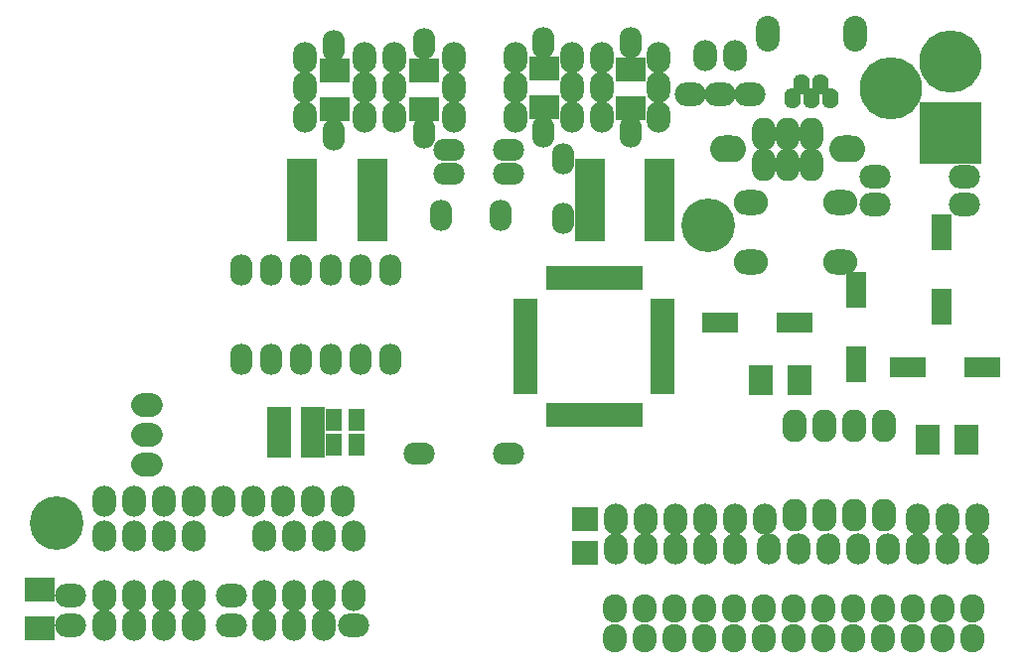
<source format=gts>
G04 (created by PCBNEW-RS274X (2012-01-19 BZR 3256)-stable) date 14/12/2555 14:56:42*
G01*
G70*
G90*
%MOIN*%
G04 Gerber Fmt 3.4, Leading zero omitted, Abs format*
%FSLAX34Y34*%
G04 APERTURE LIST*
%ADD10C,0.006000*%
%ADD11O,0.080000X0.105000*%
%ADD12C,0.209000*%
%ADD13R,0.209000X0.209000*%
%ADD14R,0.090900X0.082900*%
%ADD15O,0.075000X0.105000*%
%ADD16O,0.105000X0.080000*%
%ADD17O,0.115000X0.084000*%
%ADD18O,0.080000X0.110000*%
%ADD19O,0.120000X0.090000*%
%ADD20O,0.079100X0.120000*%
%ADD21O,0.055400X0.070000*%
%ADD22O,0.105000X0.075000*%
%ADD23R,0.082900X0.090900*%
%ADD24R,0.030000X0.080000*%
%ADD25R,0.080000X0.030000*%
%ADD26R,0.098700X0.039700*%
%ADD27C,0.080000*%
%ADD28O,0.080000X0.095000*%
%ADD29C,0.180000*%
%ADD30O,0.082000X0.110000*%
%ADD31R,0.100000X0.080000*%
%ADD32R,0.080000X0.100000*%
%ADD33R,0.055000X0.075000*%
%ADD34R,0.067200X0.118400*%
%ADD35R,0.118400X0.067200*%
G04 APERTURE END LIST*
G54D10*
G54D11*
X68100Y-46186D03*
X67100Y-46186D03*
X66100Y-46186D03*
X65100Y-46186D03*
G54D12*
X71218Y-29796D03*
G54D13*
X71218Y-32196D03*
G54D12*
X69218Y-30696D03*
G54D14*
X58955Y-45195D03*
X58955Y-46313D03*
G54D15*
X54113Y-34965D03*
X56113Y-34965D03*
G54D16*
X41678Y-48737D03*
X41678Y-47737D03*
G54D17*
X67501Y-34540D03*
X67501Y-36540D03*
X64501Y-34540D03*
X64501Y-36540D03*
G54D18*
X66549Y-32246D03*
X66549Y-33266D03*
X65749Y-32246D03*
X65749Y-33266D03*
X64949Y-32246D03*
X64949Y-33266D03*
G54D19*
X63749Y-32756D03*
X67749Y-32756D03*
G54D11*
X48186Y-45737D03*
X49186Y-45737D03*
X50186Y-45737D03*
X51186Y-45737D03*
G54D16*
X47064Y-48745D03*
X47064Y-47745D03*
G54D20*
X65083Y-28867D03*
X67996Y-28867D03*
G54D21*
X66854Y-30580D03*
X66224Y-30580D03*
X66539Y-31052D03*
X65909Y-31052D03*
X67169Y-31052D03*
G54D16*
X71678Y-33682D03*
X68678Y-33682D03*
G54D22*
X54365Y-33565D03*
X56365Y-33565D03*
G54D23*
X49795Y-42670D03*
X48677Y-42670D03*
X49794Y-41836D03*
X48676Y-41836D03*
G54D16*
X68666Y-34599D03*
X71666Y-34599D03*
G54D24*
X59743Y-37071D03*
X59548Y-37071D03*
X59353Y-37071D03*
X59153Y-37071D03*
X58958Y-37071D03*
X58763Y-37071D03*
X58563Y-37071D03*
X58368Y-37071D03*
X58173Y-37071D03*
X57973Y-37071D03*
X57778Y-37071D03*
X59743Y-41671D03*
X59548Y-41671D03*
X59353Y-41671D03*
X59153Y-41671D03*
X58958Y-41671D03*
X58763Y-41671D03*
X58563Y-41671D03*
X58368Y-41671D03*
X58173Y-41671D03*
X57973Y-41671D03*
X57778Y-41671D03*
G54D25*
X61553Y-37896D03*
X61553Y-38091D03*
X61553Y-38291D03*
X61553Y-38486D03*
X61553Y-38681D03*
X61553Y-38881D03*
X61553Y-39076D03*
X61553Y-39271D03*
X61553Y-39471D03*
X61553Y-39666D03*
X61553Y-39861D03*
X56953Y-39861D03*
X56953Y-39666D03*
X56953Y-39471D03*
X56953Y-39271D03*
X56953Y-39076D03*
X56953Y-38881D03*
X56953Y-38681D03*
X56953Y-38486D03*
X56953Y-38291D03*
X56953Y-38091D03*
X56953Y-37896D03*
X56953Y-40061D03*
X56953Y-40256D03*
X56953Y-40451D03*
X56953Y-40651D03*
X56953Y-40846D03*
X61553Y-40846D03*
X61553Y-40651D03*
X61553Y-40451D03*
X61553Y-40256D03*
X61553Y-40061D03*
G54D24*
X59943Y-41671D03*
X60138Y-41671D03*
X60333Y-41671D03*
X60533Y-41671D03*
X60728Y-41671D03*
X59943Y-37071D03*
X60138Y-37071D03*
X60333Y-37071D03*
X60533Y-37071D03*
X60728Y-37071D03*
G54D11*
X59521Y-29693D03*
X59521Y-30693D03*
X59521Y-31693D03*
X58521Y-29693D03*
X58521Y-30693D03*
X58521Y-31693D03*
G54D16*
X64470Y-30910D03*
X63470Y-30910D03*
X62470Y-30910D03*
G54D22*
X56385Y-42985D03*
X53385Y-42985D03*
G54D11*
X63960Y-29600D03*
X62960Y-29600D03*
G54D15*
X52423Y-36816D03*
X47423Y-36816D03*
X47423Y-39808D03*
X52423Y-39808D03*
X51423Y-39808D03*
X50423Y-39808D03*
X49423Y-39808D03*
X48423Y-39808D03*
X51423Y-36816D03*
X50423Y-36816D03*
X49423Y-36816D03*
X48423Y-36816D03*
G54D11*
X42804Y-44564D03*
X43804Y-44564D03*
X44804Y-44564D03*
X45804Y-44564D03*
X46804Y-44564D03*
X47804Y-44564D03*
X48804Y-44564D03*
X49804Y-44564D03*
X50804Y-44564D03*
X49533Y-31693D03*
X49533Y-30693D03*
X49533Y-29693D03*
X54540Y-31690D03*
X54540Y-30690D03*
X54540Y-29690D03*
X56603Y-31682D03*
X56603Y-30682D03*
X56603Y-29682D03*
X61422Y-31686D03*
X61422Y-30686D03*
X61422Y-29686D03*
G54D26*
X59096Y-33284D03*
X59095Y-33678D03*
X59095Y-34071D03*
X59095Y-34465D03*
X59095Y-34859D03*
X59095Y-35253D03*
X59095Y-35646D03*
X61458Y-33284D03*
X61458Y-33678D03*
X61458Y-34071D03*
X61458Y-34465D03*
X61458Y-34859D03*
X61458Y-35253D03*
X61458Y-35646D03*
X49434Y-33284D03*
X49433Y-33678D03*
X49433Y-34071D03*
X49433Y-34465D03*
X49433Y-34859D03*
X49433Y-35253D03*
X49433Y-35646D03*
X51796Y-33284D03*
X51796Y-33678D03*
X51796Y-34071D03*
X51796Y-34465D03*
X51796Y-34859D03*
X51796Y-35253D03*
X51796Y-35646D03*
G54D27*
X44112Y-41361D02*
X44362Y-41361D01*
X44112Y-42361D02*
X44362Y-42361D01*
X44112Y-43361D02*
X44362Y-43361D01*
G54D15*
X58217Y-33068D03*
X58217Y-35068D03*
G54D22*
X54376Y-32767D03*
X56376Y-32767D03*
G54D11*
X52537Y-29693D03*
X52537Y-30693D03*
X52537Y-31693D03*
X51537Y-29690D03*
X51537Y-30690D03*
X51537Y-31690D03*
X59962Y-45186D03*
X60962Y-45186D03*
X61962Y-45186D03*
X62962Y-45186D03*
X63962Y-45186D03*
X64962Y-45186D03*
X59962Y-46186D03*
X60962Y-46186D03*
X61962Y-46186D03*
X62962Y-46186D03*
X63962Y-46186D03*
X51186Y-47737D03*
G54D16*
X51186Y-48737D03*
G54D11*
X50186Y-47737D03*
X50186Y-48737D03*
X49186Y-47737D03*
X49186Y-48737D03*
X48186Y-47737D03*
X48186Y-48737D03*
X42800Y-45737D03*
X43800Y-45737D03*
X44800Y-45737D03*
X45800Y-45737D03*
X45800Y-47737D03*
X45800Y-48737D03*
X44800Y-47737D03*
X44800Y-48737D03*
X43800Y-47737D03*
X43800Y-48737D03*
X42800Y-47737D03*
X42800Y-48737D03*
G54D28*
X59949Y-49169D03*
X60949Y-49169D03*
X60949Y-48169D03*
X61949Y-49169D03*
X61949Y-48169D03*
X62949Y-48169D03*
X63949Y-49169D03*
X63949Y-48169D03*
X64949Y-49169D03*
X64949Y-48169D03*
X65949Y-48169D03*
X66949Y-49169D03*
X66949Y-48169D03*
X68949Y-48169D03*
X69949Y-48169D03*
X70949Y-48169D03*
X71949Y-48169D03*
X71949Y-48169D03*
X71949Y-49169D03*
X70949Y-48169D03*
X70949Y-49169D03*
X69949Y-48169D03*
X69949Y-49169D03*
X68949Y-48169D03*
X68949Y-49169D03*
X67949Y-48169D03*
X67949Y-49169D03*
X66949Y-48169D03*
X66949Y-49169D03*
X65949Y-48169D03*
X65949Y-49169D03*
X64949Y-48169D03*
X64949Y-49169D03*
X63949Y-48169D03*
X63949Y-49169D03*
X62949Y-48169D03*
X62949Y-49169D03*
X61949Y-48169D03*
X61949Y-49169D03*
X60949Y-48169D03*
X60949Y-49169D03*
X59949Y-48169D03*
X59949Y-49169D03*
G54D29*
X63068Y-35308D03*
X41218Y-45308D03*
G54D30*
X65974Y-45056D03*
X66974Y-45056D03*
X67974Y-45056D03*
X68974Y-45056D03*
X68974Y-42056D03*
X67974Y-42056D03*
X66974Y-42056D03*
X65974Y-42056D03*
G54D15*
X60470Y-32182D03*
X60470Y-29182D03*
X57552Y-32170D03*
X57552Y-29170D03*
X53544Y-32217D03*
X53544Y-29217D03*
X50509Y-32268D03*
X50509Y-29268D03*
G54D31*
X60474Y-31375D03*
X60474Y-30075D03*
X57564Y-31340D03*
X57564Y-30040D03*
X53540Y-31418D03*
X53540Y-30118D03*
X50540Y-31403D03*
X50540Y-30103D03*
X40627Y-48855D03*
X40627Y-47555D03*
G54D32*
X70442Y-42520D03*
X71742Y-42520D03*
X66135Y-40516D03*
X64835Y-40516D03*
G54D33*
X51266Y-42670D03*
X50516Y-42670D03*
X51266Y-41836D03*
X50516Y-41836D03*
G54D11*
X72100Y-45186D03*
X71100Y-45186D03*
X70100Y-45186D03*
G54D34*
X68029Y-37491D03*
X68029Y-39991D03*
X70918Y-35550D03*
X70918Y-38050D03*
G54D35*
X65968Y-38564D03*
X63468Y-38564D03*
X72279Y-40079D03*
X69779Y-40079D03*
G54D11*
X72097Y-46191D03*
X71097Y-46191D03*
X70097Y-46191D03*
X69097Y-46191D03*
M02*

</source>
